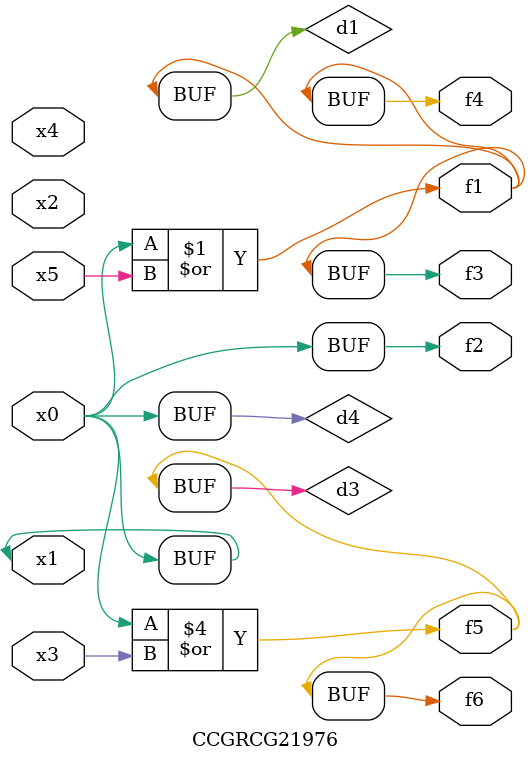
<source format=v>
module CCGRCG21976(
	input x0, x1, x2, x3, x4, x5,
	output f1, f2, f3, f4, f5, f6
);

	wire d1, d2, d3, d4;

	or (d1, x0, x5);
	xnor (d2, x1, x4);
	or (d3, x0, x3);
	buf (d4, x0, x1);
	assign f1 = d1;
	assign f2 = d4;
	assign f3 = d1;
	assign f4 = d1;
	assign f5 = d3;
	assign f6 = d3;
endmodule

</source>
